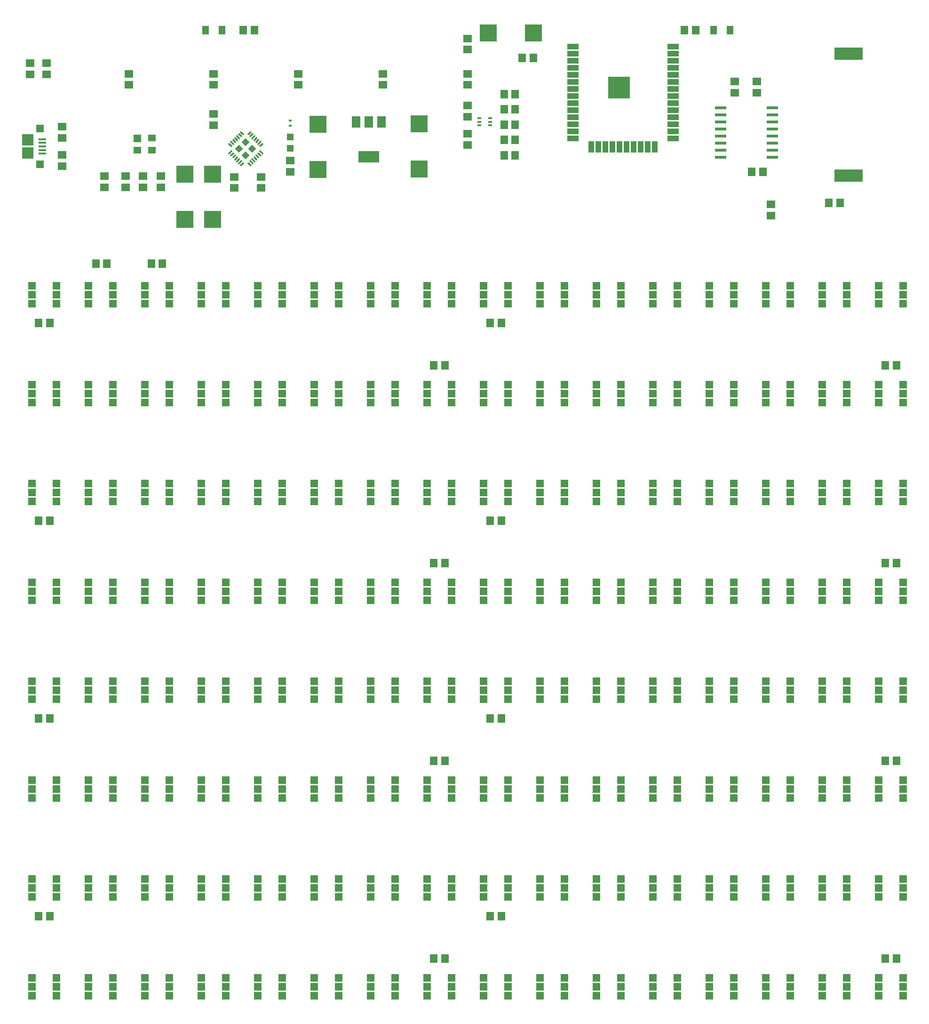
<source format=gtp>
G04 #@! TF.GenerationSoftware,KiCad,Pcbnew,5.0.1-33cea8e~68~ubuntu16.04.1*
G04 #@! TF.CreationDate,2018-11-14T20:56:59+05:30*
G04 #@! TF.ProjectId,ClockIOT,436C6F636B494F542E6B696361645F70,rev 3*
G04 #@! TF.SameCoordinates,Original*
G04 #@! TF.FileFunction,Paste,Top*
G04 #@! TF.FilePolarity,Positive*
%FSLAX46Y46*%
G04 Gerber Fmt 4.6, Leading zero omitted, Abs format (unit mm)*
G04 Created by KiCad (PCBNEW 5.0.1-33cea8e~68~ubuntu16.04.1) date Wed Nov 14 20:56:59 2018*
%MOMM*%
%LPD*%
G01*
G04 APERTURE LIST*
%ADD10R,3.800000X2.000000*%
%ADD11R,1.500000X2.000000*%
%ADD12R,2.000000X2.000000*%
%ADD13R,1.400000X1.400000*%
%ADD14R,1.350000X0.400000*%
%ADD15R,1.400000X1.200000*%
%ADD16R,1.550000X1.350000*%
%ADD17R,5.200000X2.200000*%
%ADD18R,1.350000X1.550000*%
%ADD19R,0.600000X0.400000*%
%ADD20R,1.198880X1.198880*%
%ADD21R,2.000000X1.000000*%
%ADD22R,1.000000X2.000000*%
%ADD23R,4.000000X4.000000*%
%ADD24R,1.300480X1.498600*%
%ADD25R,1.998980X0.599440*%
%ADD26R,3.048000X3.048000*%
%ADD27R,0.650000X0.400000*%
%ADD28C,1.005000*%
%ADD29C,0.127000*%
%ADD30C,0.300000*%
%ADD31C,0.300000*%
G04 APERTURE END LIST*
D10*
G04 #@! TO.C,U131*
X113665000Y-76810000D03*
D11*
X113665000Y-70510000D03*
X111365000Y-70510000D03*
X115965000Y-70510000D03*
G04 #@! TD*
D12*
G04 #@! TO.C,P1*
X52250000Y-73780000D03*
D13*
X54500000Y-78130000D03*
D14*
X54925000Y-74930000D03*
X54925000Y-75580000D03*
X54925000Y-76230000D03*
X54925000Y-73630000D03*
X54925000Y-74280000D03*
D13*
X54500000Y-71730000D03*
D12*
X52250000Y-76080000D03*
G04 #@! TD*
D15*
G04 #@! TO.C,D1*
X74630000Y-73400000D03*
X74630000Y-75600000D03*
X72030000Y-75600000D03*
D13*
X72030000Y-73500000D03*
G04 #@! TD*
D16*
G04 #@! TO.C,C31*
X66040000Y-82280000D03*
X66040000Y-80280000D03*
G04 #@! TD*
G04 #@! TO.C,C26*
X89408000Y-80407000D03*
X89408000Y-82407000D03*
G04 #@! TD*
D17*
G04 #@! TO.C,BT1*
X200025000Y-80215000D03*
X200025000Y-58215000D03*
G04 #@! TD*
D18*
G04 #@! TO.C,C12*
X127365000Y-185420000D03*
X125365000Y-185420000D03*
G04 #@! TD*
G04 #@! TO.C,C7*
X208645000Y-149860000D03*
X206645000Y-149860000D03*
G04 #@! TD*
G04 #@! TO.C,C8*
X127365000Y-149860000D03*
X125365000Y-149860000D03*
G04 #@! TD*
D16*
G04 #@! TO.C,C24*
X76200000Y-80280000D03*
X76200000Y-82280000D03*
G04 #@! TD*
D18*
G04 #@! TO.C,C22*
X182600000Y-79500000D03*
X184600000Y-79500000D03*
G04 #@! TD*
G04 #@! TO.C,C28*
X143250000Y-59000000D03*
X141250000Y-59000000D03*
G04 #@! TD*
D16*
G04 #@! TO.C,C21*
X131445000Y-55515000D03*
X131445000Y-57515000D03*
G04 #@! TD*
G04 #@! TO.C,C20*
X52705000Y-59960000D03*
X52705000Y-61960000D03*
G04 #@! TD*
G04 #@! TO.C,C29*
X186055000Y-85360000D03*
X186055000Y-87360000D03*
G04 #@! TD*
D18*
G04 #@! TO.C,C30*
X198485000Y-85090000D03*
X196485000Y-85090000D03*
G04 #@! TD*
D16*
G04 #@! TO.C,C19*
X131445000Y-72660000D03*
X131445000Y-74660000D03*
G04 #@! TD*
D18*
G04 #@! TO.C,C9*
X56245000Y-177800000D03*
X54245000Y-177800000D03*
G04 #@! TD*
G04 #@! TO.C,C6*
X137525000Y-142240000D03*
X135525000Y-142240000D03*
G04 #@! TD*
G04 #@! TO.C,C1*
X56245000Y-106680000D03*
X54245000Y-106680000D03*
G04 #@! TD*
G04 #@! TO.C,C2*
X137525000Y-106680000D03*
X135525000Y-106680000D03*
G04 #@! TD*
G04 #@! TO.C,C3*
X208645000Y-114300000D03*
X206645000Y-114300000D03*
G04 #@! TD*
G04 #@! TO.C,C4*
X127365000Y-114300000D03*
X125365000Y-114300000D03*
G04 #@! TD*
G04 #@! TO.C,C5*
X56245000Y-142240000D03*
X54245000Y-142240000D03*
G04 #@! TD*
G04 #@! TO.C,C10*
X137525000Y-177800000D03*
X135525000Y-177800000D03*
G04 #@! TD*
G04 #@! TO.C,C11*
X208645000Y-185420000D03*
X206645000Y-185420000D03*
G04 #@! TD*
G04 #@! TO.C,C13*
X56245000Y-213360000D03*
X54245000Y-213360000D03*
G04 #@! TD*
G04 #@! TO.C,C14*
X137525000Y-213360000D03*
X135525000Y-213360000D03*
G04 #@! TD*
G04 #@! TO.C,C15*
X208645000Y-220980000D03*
X206645000Y-220980000D03*
G04 #@! TD*
G04 #@! TO.C,C16*
X127365000Y-220980000D03*
X125365000Y-220980000D03*
G04 #@! TD*
D16*
G04 #@! TO.C,R9*
X69850000Y-80280000D03*
X69850000Y-82280000D03*
G04 #@! TD*
G04 #@! TO.C,L2*
X58420000Y-76470000D03*
X58420000Y-78470000D03*
G04 #@! TD*
G04 #@! TO.C,R25*
X70485000Y-61865000D03*
X70485000Y-63865000D03*
G04 #@! TD*
G04 #@! TO.C,R24*
X85725000Y-61865000D03*
X85725000Y-63865000D03*
G04 #@! TD*
G04 #@! TO.C,R11*
X100965000Y-61865000D03*
X100965000Y-63865000D03*
G04 #@! TD*
G04 #@! TO.C,R10*
X116205000Y-61865000D03*
X116205000Y-63865000D03*
G04 #@! TD*
D18*
G04 #@! TO.C,R23*
X140000000Y-68250000D03*
X138000000Y-68250000D03*
G04 #@! TD*
G04 #@! TO.C,R22*
X140000000Y-71000000D03*
X138000000Y-71000000D03*
G04 #@! TD*
G04 #@! TO.C,R20*
X140000000Y-73750000D03*
X138000000Y-73750000D03*
G04 #@! TD*
G04 #@! TO.C,R19*
X140000000Y-76500000D03*
X138000000Y-76500000D03*
G04 #@! TD*
D16*
G04 #@! TO.C,R18*
X131445000Y-61865000D03*
X131445000Y-63865000D03*
G04 #@! TD*
G04 #@! TO.C,R16*
X55626000Y-59960000D03*
X55626000Y-61960000D03*
G04 #@! TD*
G04 #@! TO.C,R4*
X99500000Y-77500000D03*
X99500000Y-79500000D03*
G04 #@! TD*
G04 #@! TO.C,R3*
X131445000Y-67580000D03*
X131445000Y-69580000D03*
G04 #@! TD*
G04 #@! TO.C,R8*
X73025000Y-80280000D03*
X73025000Y-82280000D03*
G04 #@! TD*
G04 #@! TO.C,R7*
X179500000Y-63250000D03*
X179500000Y-65250000D03*
G04 #@! TD*
G04 #@! TO.C,R6*
X183500000Y-63250000D03*
X183500000Y-65250000D03*
G04 #@! TD*
D18*
G04 #@! TO.C,R21*
X140000000Y-65500000D03*
X138000000Y-65500000D03*
G04 #@! TD*
G04 #@! TO.C,R1*
X66500000Y-96000000D03*
X64500000Y-96000000D03*
G04 #@! TD*
G04 #@! TO.C,R2*
X76500000Y-96000000D03*
X74500000Y-96000000D03*
G04 #@! TD*
G04 #@! TO.C,R12*
X93075000Y-53975000D03*
X91075000Y-53975000D03*
G04 #@! TD*
G04 #@! TO.C,R13*
X172450000Y-53975000D03*
X170450000Y-53975000D03*
G04 #@! TD*
D16*
G04 #@! TO.C,L1*
X58420000Y-71390000D03*
X58420000Y-73390000D03*
G04 #@! TD*
D19*
G04 #@! TO.C,JP1*
X99500000Y-71200000D03*
X99500000Y-70300000D03*
G04 #@! TD*
D20*
G04 #@! TO.C,D2*
X99500000Y-73200980D03*
X99500000Y-75299020D03*
G04 #@! TD*
D13*
G04 #@! TO.C,U123*
X108245000Y-224460000D03*
X103845000Y-224460000D03*
X103845000Y-226060000D03*
X108245000Y-226060000D03*
X108245000Y-227660000D03*
X103845000Y-227660000D03*
G04 #@! TD*
D21*
G04 #@! TO.C,U129*
X150385000Y-56980000D03*
X150385000Y-58250000D03*
X150385000Y-59520000D03*
X150385000Y-60790000D03*
X150385000Y-62060000D03*
X150385000Y-63330000D03*
X150385000Y-64600000D03*
X150385000Y-65870000D03*
X150385000Y-67140000D03*
X150385000Y-68410000D03*
X150385000Y-69680000D03*
X150385000Y-70950000D03*
X150385000Y-72220000D03*
X150385000Y-73490000D03*
D22*
X153670000Y-74980000D03*
X154940000Y-74980000D03*
X156210000Y-74980000D03*
X157480000Y-74980000D03*
X158750000Y-74980000D03*
X160020000Y-74980000D03*
X161290000Y-74980000D03*
X162560000Y-74980000D03*
X163830000Y-74980000D03*
X165100000Y-74980000D03*
D21*
X168385000Y-73490000D03*
X168385000Y-72220000D03*
X168385000Y-70950000D03*
X168385000Y-69680000D03*
X168385000Y-68410000D03*
X168385000Y-67140000D03*
X168385000Y-65870000D03*
X168385000Y-64600000D03*
X168385000Y-63330000D03*
X168385000Y-62060000D03*
X168385000Y-60790000D03*
X168385000Y-59520000D03*
X168385000Y-58250000D03*
X168385000Y-56980000D03*
D23*
X158685000Y-64380000D03*
G04 #@! TD*
D24*
G04 #@! TO.C,LDR1*
X84225000Y-53975000D03*
X87225000Y-53975000D03*
G04 #@! TD*
G04 #@! TO.C,LDR2*
X178665000Y-53975000D03*
X175665000Y-53975000D03*
G04 #@! TD*
D25*
G04 #@! TO.C,U130*
X176959260Y-76835000D03*
X176959260Y-75565000D03*
X176959260Y-74295000D03*
X176959260Y-73025000D03*
X176959260Y-71755000D03*
X176959260Y-70485000D03*
X176959260Y-69215000D03*
X176959260Y-67945000D03*
X186260740Y-67945000D03*
X186260740Y-69215000D03*
X186260740Y-70485000D03*
X186260740Y-71755000D03*
X186260740Y-73025000D03*
X186260740Y-74295000D03*
X186260740Y-75565000D03*
X186260740Y-76835000D03*
G04 #@! TD*
D26*
G04 #@! TO.C,C17*
X104500000Y-70936000D03*
X104500000Y-79064000D03*
G04 #@! TD*
G04 #@! TO.C,C27*
X135186000Y-54500000D03*
X143314000Y-54500000D03*
G04 #@! TD*
G04 #@! TO.C,C18*
X122682000Y-70866000D03*
X122682000Y-78994000D03*
G04 #@! TD*
G04 #@! TO.C,C25*
X85524000Y-88064000D03*
X85524000Y-79936000D03*
G04 #@! TD*
G04 #@! TO.C,C23*
X80524000Y-88064000D03*
X80524000Y-79936000D03*
G04 #@! TD*
D13*
G04 #@! TO.C,U127*
X67605000Y-224460000D03*
X63205000Y-224460000D03*
X63205000Y-226060000D03*
X67605000Y-226060000D03*
X67605000Y-227660000D03*
X63205000Y-227660000D03*
G04 #@! TD*
G04 #@! TO.C,U18*
X199685000Y-117780000D03*
X195285000Y-117780000D03*
X195285000Y-119380000D03*
X199685000Y-119380000D03*
X199685000Y-120980000D03*
X195285000Y-120980000D03*
G04 #@! TD*
G04 #@! TO.C,U1*
X53045000Y-103200000D03*
X57445000Y-103200000D03*
X57445000Y-101600000D03*
X53045000Y-101600000D03*
X53045000Y-100000000D03*
X57445000Y-100000000D03*
G04 #@! TD*
G04 #@! TO.C,U3*
X73365000Y-103200000D03*
X77765000Y-103200000D03*
X77765000Y-101600000D03*
X73365000Y-101600000D03*
X73365000Y-100000000D03*
X77765000Y-100000000D03*
G04 #@! TD*
G04 #@! TO.C,U4*
X83525000Y-103200000D03*
X87925000Y-103200000D03*
X87925000Y-101600000D03*
X83525000Y-101600000D03*
X83525000Y-100000000D03*
X87925000Y-100000000D03*
G04 #@! TD*
G04 #@! TO.C,U5*
X93685000Y-103200000D03*
X98085000Y-103200000D03*
X98085000Y-101600000D03*
X93685000Y-101600000D03*
X93685000Y-100000000D03*
X98085000Y-100000000D03*
G04 #@! TD*
G04 #@! TO.C,U6*
X103845000Y-103200000D03*
X108245000Y-103200000D03*
X108245000Y-101600000D03*
X103845000Y-101600000D03*
X103845000Y-100000000D03*
X108245000Y-100000000D03*
G04 #@! TD*
G04 #@! TO.C,U7*
X114005000Y-103200000D03*
X118405000Y-103200000D03*
X118405000Y-101600000D03*
X114005000Y-101600000D03*
X114005000Y-100000000D03*
X118405000Y-100000000D03*
G04 #@! TD*
G04 #@! TO.C,U8*
X124165000Y-103200000D03*
X128565000Y-103200000D03*
X128565000Y-101600000D03*
X124165000Y-101600000D03*
X124165000Y-100000000D03*
X128565000Y-100000000D03*
G04 #@! TD*
G04 #@! TO.C,U9*
X134325000Y-103200000D03*
X138725000Y-103200000D03*
X138725000Y-101600000D03*
X134325000Y-101600000D03*
X134325000Y-100000000D03*
X138725000Y-100000000D03*
G04 #@! TD*
G04 #@! TO.C,U10*
X144485000Y-103200000D03*
X148885000Y-103200000D03*
X148885000Y-101600000D03*
X144485000Y-101600000D03*
X144485000Y-100000000D03*
X148885000Y-100000000D03*
G04 #@! TD*
G04 #@! TO.C,U11*
X154645000Y-103200000D03*
X159045000Y-103200000D03*
X159045000Y-101600000D03*
X154645000Y-101600000D03*
X154645000Y-100000000D03*
X159045000Y-100000000D03*
G04 #@! TD*
G04 #@! TO.C,U12*
X164805000Y-103200000D03*
X169205000Y-103200000D03*
X169205000Y-101600000D03*
X164805000Y-101600000D03*
X164805000Y-100000000D03*
X169205000Y-100000000D03*
G04 #@! TD*
G04 #@! TO.C,U13*
X174965000Y-103200000D03*
X179365000Y-103200000D03*
X179365000Y-101600000D03*
X174965000Y-101600000D03*
X174965000Y-100000000D03*
X179365000Y-100000000D03*
G04 #@! TD*
G04 #@! TO.C,U14*
X185125000Y-103200000D03*
X189525000Y-103200000D03*
X189525000Y-101600000D03*
X185125000Y-101600000D03*
X185125000Y-100000000D03*
X189525000Y-100000000D03*
G04 #@! TD*
G04 #@! TO.C,U15*
X195285000Y-103200000D03*
X199685000Y-103200000D03*
X199685000Y-101600000D03*
X195285000Y-101600000D03*
X195285000Y-100000000D03*
X199685000Y-100000000D03*
G04 #@! TD*
G04 #@! TO.C,U16*
X205445000Y-103200000D03*
X209845000Y-103200000D03*
X209845000Y-101600000D03*
X205445000Y-101600000D03*
X205445000Y-100000000D03*
X209845000Y-100000000D03*
G04 #@! TD*
G04 #@! TO.C,U17*
X209845000Y-117780000D03*
X205445000Y-117780000D03*
X205445000Y-119380000D03*
X209845000Y-119380000D03*
X209845000Y-120980000D03*
X205445000Y-120980000D03*
G04 #@! TD*
G04 #@! TO.C,U19*
X189525000Y-117780000D03*
X185125000Y-117780000D03*
X185125000Y-119380000D03*
X189525000Y-119380000D03*
X189525000Y-120980000D03*
X185125000Y-120980000D03*
G04 #@! TD*
G04 #@! TO.C,U20*
X179365000Y-117780000D03*
X174965000Y-117780000D03*
X174965000Y-119380000D03*
X179365000Y-119380000D03*
X179365000Y-120980000D03*
X174965000Y-120980000D03*
G04 #@! TD*
G04 #@! TO.C,U21*
X169205000Y-117780000D03*
X164805000Y-117780000D03*
X164805000Y-119380000D03*
X169205000Y-119380000D03*
X169205000Y-120980000D03*
X164805000Y-120980000D03*
G04 #@! TD*
G04 #@! TO.C,U22*
X159045000Y-117780000D03*
X154645000Y-117780000D03*
X154645000Y-119380000D03*
X159045000Y-119380000D03*
X159045000Y-120980000D03*
X154645000Y-120980000D03*
G04 #@! TD*
G04 #@! TO.C,U23*
X148885000Y-117780000D03*
X144485000Y-117780000D03*
X144485000Y-119380000D03*
X148885000Y-119380000D03*
X148885000Y-120980000D03*
X144485000Y-120980000D03*
G04 #@! TD*
G04 #@! TO.C,U24*
X138725000Y-117780000D03*
X134325000Y-117780000D03*
X134325000Y-119380000D03*
X138725000Y-119380000D03*
X138725000Y-120980000D03*
X134325000Y-120980000D03*
G04 #@! TD*
G04 #@! TO.C,U25*
X128565000Y-117780000D03*
X124165000Y-117780000D03*
X124165000Y-119380000D03*
X128565000Y-119380000D03*
X128565000Y-120980000D03*
X124165000Y-120980000D03*
G04 #@! TD*
G04 #@! TO.C,U26*
X118405000Y-117780000D03*
X114005000Y-117780000D03*
X114005000Y-119380000D03*
X118405000Y-119380000D03*
X118405000Y-120980000D03*
X114005000Y-120980000D03*
G04 #@! TD*
G04 #@! TO.C,U27*
X108245000Y-117780000D03*
X103845000Y-117780000D03*
X103845000Y-119380000D03*
X108245000Y-119380000D03*
X108245000Y-120980000D03*
X103845000Y-120980000D03*
G04 #@! TD*
G04 #@! TO.C,U28*
X98085000Y-117780000D03*
X93685000Y-117780000D03*
X93685000Y-119380000D03*
X98085000Y-119380000D03*
X98085000Y-120980000D03*
X93685000Y-120980000D03*
G04 #@! TD*
G04 #@! TO.C,U29*
X87925000Y-117780000D03*
X83525000Y-117780000D03*
X83525000Y-119380000D03*
X87925000Y-119380000D03*
X87925000Y-120980000D03*
X83525000Y-120980000D03*
G04 #@! TD*
G04 #@! TO.C,U30*
X77765000Y-117780000D03*
X73365000Y-117780000D03*
X73365000Y-119380000D03*
X77765000Y-119380000D03*
X77765000Y-120980000D03*
X73365000Y-120980000D03*
G04 #@! TD*
G04 #@! TO.C,U31*
X67605000Y-117780000D03*
X63205000Y-117780000D03*
X63205000Y-119380000D03*
X67605000Y-119380000D03*
X67605000Y-120980000D03*
X63205000Y-120980000D03*
G04 #@! TD*
G04 #@! TO.C,U32*
X57445000Y-117780000D03*
X53045000Y-117780000D03*
X53045000Y-119380000D03*
X57445000Y-119380000D03*
X57445000Y-120980000D03*
X53045000Y-120980000D03*
G04 #@! TD*
G04 #@! TO.C,U33*
X53045000Y-138760000D03*
X57445000Y-138760000D03*
X57445000Y-137160000D03*
X53045000Y-137160000D03*
X53045000Y-135560000D03*
X57445000Y-135560000D03*
G04 #@! TD*
G04 #@! TO.C,U34*
X63205000Y-138760000D03*
X67605000Y-138760000D03*
X67605000Y-137160000D03*
X63205000Y-137160000D03*
X63205000Y-135560000D03*
X67605000Y-135560000D03*
G04 #@! TD*
G04 #@! TO.C,U35*
X73365000Y-138760000D03*
X77765000Y-138760000D03*
X77765000Y-137160000D03*
X73365000Y-137160000D03*
X73365000Y-135560000D03*
X77765000Y-135560000D03*
G04 #@! TD*
G04 #@! TO.C,U36*
X83525000Y-138760000D03*
X87925000Y-138760000D03*
X87925000Y-137160000D03*
X83525000Y-137160000D03*
X83525000Y-135560000D03*
X87925000Y-135560000D03*
G04 #@! TD*
G04 #@! TO.C,U37*
X93685000Y-138760000D03*
X98085000Y-138760000D03*
X98085000Y-137160000D03*
X93685000Y-137160000D03*
X93685000Y-135560000D03*
X98085000Y-135560000D03*
G04 #@! TD*
G04 #@! TO.C,U38*
X103845000Y-138760000D03*
X108245000Y-138760000D03*
X108245000Y-137160000D03*
X103845000Y-137160000D03*
X103845000Y-135560000D03*
X108245000Y-135560000D03*
G04 #@! TD*
G04 #@! TO.C,U39*
X114005000Y-138760000D03*
X118405000Y-138760000D03*
X118405000Y-137160000D03*
X114005000Y-137160000D03*
X114005000Y-135560000D03*
X118405000Y-135560000D03*
G04 #@! TD*
G04 #@! TO.C,U40*
X124165000Y-138760000D03*
X128565000Y-138760000D03*
X128565000Y-137160000D03*
X124165000Y-137160000D03*
X124165000Y-135560000D03*
X128565000Y-135560000D03*
G04 #@! TD*
G04 #@! TO.C,U41*
X134325000Y-138760000D03*
X138725000Y-138760000D03*
X138725000Y-137160000D03*
X134325000Y-137160000D03*
X134325000Y-135560000D03*
X138725000Y-135560000D03*
G04 #@! TD*
G04 #@! TO.C,U42*
X144485000Y-138760000D03*
X148885000Y-138760000D03*
X148885000Y-137160000D03*
X144485000Y-137160000D03*
X144485000Y-135560000D03*
X148885000Y-135560000D03*
G04 #@! TD*
G04 #@! TO.C,U43*
X154645000Y-138760000D03*
X159045000Y-138760000D03*
X159045000Y-137160000D03*
X154645000Y-137160000D03*
X154645000Y-135560000D03*
X159045000Y-135560000D03*
G04 #@! TD*
G04 #@! TO.C,U44*
X164805000Y-138760000D03*
X169205000Y-138760000D03*
X169205000Y-137160000D03*
X164805000Y-137160000D03*
X164805000Y-135560000D03*
X169205000Y-135560000D03*
G04 #@! TD*
G04 #@! TO.C,U45*
X174965000Y-138760000D03*
X179365000Y-138760000D03*
X179365000Y-137160000D03*
X174965000Y-137160000D03*
X174965000Y-135560000D03*
X179365000Y-135560000D03*
G04 #@! TD*
G04 #@! TO.C,U46*
X185125000Y-138760000D03*
X189525000Y-138760000D03*
X189525000Y-137160000D03*
X185125000Y-137160000D03*
X185125000Y-135560000D03*
X189525000Y-135560000D03*
G04 #@! TD*
G04 #@! TO.C,U47*
X195285000Y-138760000D03*
X199685000Y-138760000D03*
X199685000Y-137160000D03*
X195285000Y-137160000D03*
X195285000Y-135560000D03*
X199685000Y-135560000D03*
G04 #@! TD*
G04 #@! TO.C,U48*
X205445000Y-138760000D03*
X209845000Y-138760000D03*
X209845000Y-137160000D03*
X205445000Y-137160000D03*
X205445000Y-135560000D03*
X209845000Y-135560000D03*
G04 #@! TD*
G04 #@! TO.C,U49*
X209845000Y-153340000D03*
X205445000Y-153340000D03*
X205445000Y-154940000D03*
X209845000Y-154940000D03*
X209845000Y-156540000D03*
X205445000Y-156540000D03*
G04 #@! TD*
G04 #@! TO.C,U50*
X199685000Y-153340000D03*
X195285000Y-153340000D03*
X195285000Y-154940000D03*
X199685000Y-154940000D03*
X199685000Y-156540000D03*
X195285000Y-156540000D03*
G04 #@! TD*
G04 #@! TO.C,U51*
X189525000Y-153340000D03*
X185125000Y-153340000D03*
X185125000Y-154940000D03*
X189525000Y-154940000D03*
X189525000Y-156540000D03*
X185125000Y-156540000D03*
G04 #@! TD*
G04 #@! TO.C,U52*
X179365000Y-153340000D03*
X174965000Y-153340000D03*
X174965000Y-154940000D03*
X179365000Y-154940000D03*
X179365000Y-156540000D03*
X174965000Y-156540000D03*
G04 #@! TD*
G04 #@! TO.C,U53*
X169205000Y-153340000D03*
X164805000Y-153340000D03*
X164805000Y-154940000D03*
X169205000Y-154940000D03*
X169205000Y-156540000D03*
X164805000Y-156540000D03*
G04 #@! TD*
G04 #@! TO.C,U54*
X159045000Y-153340000D03*
X154645000Y-153340000D03*
X154645000Y-154940000D03*
X159045000Y-154940000D03*
X159045000Y-156540000D03*
X154645000Y-156540000D03*
G04 #@! TD*
G04 #@! TO.C,U55*
X148885000Y-153340000D03*
X144485000Y-153340000D03*
X144485000Y-154940000D03*
X148885000Y-154940000D03*
X148885000Y-156540000D03*
X144485000Y-156540000D03*
G04 #@! TD*
G04 #@! TO.C,U56*
X138725000Y-153340000D03*
X134325000Y-153340000D03*
X134325000Y-154940000D03*
X138725000Y-154940000D03*
X138725000Y-156540000D03*
X134325000Y-156540000D03*
G04 #@! TD*
G04 #@! TO.C,U57*
X128565000Y-153340000D03*
X124165000Y-153340000D03*
X124165000Y-154940000D03*
X128565000Y-154940000D03*
X128565000Y-156540000D03*
X124165000Y-156540000D03*
G04 #@! TD*
G04 #@! TO.C,U58*
X118405000Y-153340000D03*
X114005000Y-153340000D03*
X114005000Y-154940000D03*
X118405000Y-154940000D03*
X118405000Y-156540000D03*
X114005000Y-156540000D03*
G04 #@! TD*
G04 #@! TO.C,U59*
X108245000Y-153340000D03*
X103845000Y-153340000D03*
X103845000Y-154940000D03*
X108245000Y-154940000D03*
X108245000Y-156540000D03*
X103845000Y-156540000D03*
G04 #@! TD*
G04 #@! TO.C,U60*
X98085000Y-153340000D03*
X93685000Y-153340000D03*
X93685000Y-154940000D03*
X98085000Y-154940000D03*
X98085000Y-156540000D03*
X93685000Y-156540000D03*
G04 #@! TD*
G04 #@! TO.C,U61*
X87925000Y-153340000D03*
X83525000Y-153340000D03*
X83525000Y-154940000D03*
X87925000Y-154940000D03*
X87925000Y-156540000D03*
X83525000Y-156540000D03*
G04 #@! TD*
G04 #@! TO.C,U62*
X77765000Y-153340000D03*
X73365000Y-153340000D03*
X73365000Y-154940000D03*
X77765000Y-154940000D03*
X77765000Y-156540000D03*
X73365000Y-156540000D03*
G04 #@! TD*
G04 #@! TO.C,U63*
X67605000Y-153340000D03*
X63205000Y-153340000D03*
X63205000Y-154940000D03*
X67605000Y-154940000D03*
X67605000Y-156540000D03*
X63205000Y-156540000D03*
G04 #@! TD*
G04 #@! TO.C,U64*
X57445000Y-153340000D03*
X53045000Y-153340000D03*
X53045000Y-154940000D03*
X57445000Y-154940000D03*
X57445000Y-156540000D03*
X53045000Y-156540000D03*
G04 #@! TD*
G04 #@! TO.C,U65*
X53045000Y-174320000D03*
X57445000Y-174320000D03*
X57445000Y-172720000D03*
X53045000Y-172720000D03*
X53045000Y-171120000D03*
X57445000Y-171120000D03*
G04 #@! TD*
G04 #@! TO.C,U66*
X63205000Y-174320000D03*
X67605000Y-174320000D03*
X67605000Y-172720000D03*
X63205000Y-172720000D03*
X63205000Y-171120000D03*
X67605000Y-171120000D03*
G04 #@! TD*
G04 #@! TO.C,U67*
X73365000Y-174320000D03*
X77765000Y-174320000D03*
X77765000Y-172720000D03*
X73365000Y-172720000D03*
X73365000Y-171120000D03*
X77765000Y-171120000D03*
G04 #@! TD*
G04 #@! TO.C,U68*
X83525000Y-174320000D03*
X87925000Y-174320000D03*
X87925000Y-172720000D03*
X83525000Y-172720000D03*
X83525000Y-171120000D03*
X87925000Y-171120000D03*
G04 #@! TD*
G04 #@! TO.C,U69*
X93685000Y-174320000D03*
X98085000Y-174320000D03*
X98085000Y-172720000D03*
X93685000Y-172720000D03*
X93685000Y-171120000D03*
X98085000Y-171120000D03*
G04 #@! TD*
G04 #@! TO.C,U70*
X103845000Y-174320000D03*
X108245000Y-174320000D03*
X108245000Y-172720000D03*
X103845000Y-172720000D03*
X103845000Y-171120000D03*
X108245000Y-171120000D03*
G04 #@! TD*
G04 #@! TO.C,U71*
X114005000Y-174320000D03*
X118405000Y-174320000D03*
X118405000Y-172720000D03*
X114005000Y-172720000D03*
X114005000Y-171120000D03*
X118405000Y-171120000D03*
G04 #@! TD*
G04 #@! TO.C,U72*
X124165000Y-174320000D03*
X128565000Y-174320000D03*
X128565000Y-172720000D03*
X124165000Y-172720000D03*
X124165000Y-171120000D03*
X128565000Y-171120000D03*
G04 #@! TD*
G04 #@! TO.C,U73*
X134325000Y-174320000D03*
X138725000Y-174320000D03*
X138725000Y-172720000D03*
X134325000Y-172720000D03*
X134325000Y-171120000D03*
X138725000Y-171120000D03*
G04 #@! TD*
G04 #@! TO.C,U74*
X144485000Y-174320000D03*
X148885000Y-174320000D03*
X148885000Y-172720000D03*
X144485000Y-172720000D03*
X144485000Y-171120000D03*
X148885000Y-171120000D03*
G04 #@! TD*
G04 #@! TO.C,U75*
X154645000Y-174320000D03*
X159045000Y-174320000D03*
X159045000Y-172720000D03*
X154645000Y-172720000D03*
X154645000Y-171120000D03*
X159045000Y-171120000D03*
G04 #@! TD*
G04 #@! TO.C,U76*
X164805000Y-174320000D03*
X169205000Y-174320000D03*
X169205000Y-172720000D03*
X164805000Y-172720000D03*
X164805000Y-171120000D03*
X169205000Y-171120000D03*
G04 #@! TD*
G04 #@! TO.C,U77*
X174965000Y-174320000D03*
X179365000Y-174320000D03*
X179365000Y-172720000D03*
X174965000Y-172720000D03*
X174965000Y-171120000D03*
X179365000Y-171120000D03*
G04 #@! TD*
G04 #@! TO.C,U78*
X185125000Y-174320000D03*
X189525000Y-174320000D03*
X189525000Y-172720000D03*
X185125000Y-172720000D03*
X185125000Y-171120000D03*
X189525000Y-171120000D03*
G04 #@! TD*
G04 #@! TO.C,U79*
X195285000Y-174320000D03*
X199685000Y-174320000D03*
X199685000Y-172720000D03*
X195285000Y-172720000D03*
X195285000Y-171120000D03*
X199685000Y-171120000D03*
G04 #@! TD*
G04 #@! TO.C,U80*
X205445000Y-174320000D03*
X209845000Y-174320000D03*
X209845000Y-172720000D03*
X205445000Y-172720000D03*
X205445000Y-171120000D03*
X209845000Y-171120000D03*
G04 #@! TD*
G04 #@! TO.C,U81*
X209845000Y-188900000D03*
X205445000Y-188900000D03*
X205445000Y-190500000D03*
X209845000Y-190500000D03*
X209845000Y-192100000D03*
X205445000Y-192100000D03*
G04 #@! TD*
G04 #@! TO.C,U82*
X199685000Y-188900000D03*
X195285000Y-188900000D03*
X195285000Y-190500000D03*
X199685000Y-190500000D03*
X199685000Y-192100000D03*
X195285000Y-192100000D03*
G04 #@! TD*
G04 #@! TO.C,U83*
X189525000Y-188900000D03*
X185125000Y-188900000D03*
X185125000Y-190500000D03*
X189525000Y-190500000D03*
X189525000Y-192100000D03*
X185125000Y-192100000D03*
G04 #@! TD*
G04 #@! TO.C,U84*
X179365000Y-188900000D03*
X174965000Y-188900000D03*
X174965000Y-190500000D03*
X179365000Y-190500000D03*
X179365000Y-192100000D03*
X174965000Y-192100000D03*
G04 #@! TD*
G04 #@! TO.C,U85*
X169205000Y-188900000D03*
X164805000Y-188900000D03*
X164805000Y-190500000D03*
X169205000Y-190500000D03*
X169205000Y-192100000D03*
X164805000Y-192100000D03*
G04 #@! TD*
G04 #@! TO.C,U86*
X159045000Y-188900000D03*
X154645000Y-188900000D03*
X154645000Y-190500000D03*
X159045000Y-190500000D03*
X159045000Y-192100000D03*
X154645000Y-192100000D03*
G04 #@! TD*
G04 #@! TO.C,U87*
X148885000Y-188900000D03*
X144485000Y-188900000D03*
X144485000Y-190500000D03*
X148885000Y-190500000D03*
X148885000Y-192100000D03*
X144485000Y-192100000D03*
G04 #@! TD*
G04 #@! TO.C,U88*
X138725000Y-188900000D03*
X134325000Y-188900000D03*
X134325000Y-190500000D03*
X138725000Y-190500000D03*
X138725000Y-192100000D03*
X134325000Y-192100000D03*
G04 #@! TD*
G04 #@! TO.C,U89*
X128565000Y-188900000D03*
X124165000Y-188900000D03*
X124165000Y-190500000D03*
X128565000Y-190500000D03*
X128565000Y-192100000D03*
X124165000Y-192100000D03*
G04 #@! TD*
G04 #@! TO.C,U90*
X118405000Y-188900000D03*
X114005000Y-188900000D03*
X114005000Y-190500000D03*
X118405000Y-190500000D03*
X118405000Y-192100000D03*
X114005000Y-192100000D03*
G04 #@! TD*
G04 #@! TO.C,U91*
X108245000Y-188900000D03*
X103845000Y-188900000D03*
X103845000Y-190500000D03*
X108245000Y-190500000D03*
X108245000Y-192100000D03*
X103845000Y-192100000D03*
G04 #@! TD*
G04 #@! TO.C,U92*
X98085000Y-188900000D03*
X93685000Y-188900000D03*
X93685000Y-190500000D03*
X98085000Y-190500000D03*
X98085000Y-192100000D03*
X93685000Y-192100000D03*
G04 #@! TD*
G04 #@! TO.C,U93*
X87925000Y-188900000D03*
X83525000Y-188900000D03*
X83525000Y-190500000D03*
X87925000Y-190500000D03*
X87925000Y-192100000D03*
X83525000Y-192100000D03*
G04 #@! TD*
G04 #@! TO.C,U94*
X77765000Y-188900000D03*
X73365000Y-188900000D03*
X73365000Y-190500000D03*
X77765000Y-190500000D03*
X77765000Y-192100000D03*
X73365000Y-192100000D03*
G04 #@! TD*
G04 #@! TO.C,U95*
X67605000Y-188900000D03*
X63205000Y-188900000D03*
X63205000Y-190500000D03*
X67605000Y-190500000D03*
X67605000Y-192100000D03*
X63205000Y-192100000D03*
G04 #@! TD*
G04 #@! TO.C,U96*
X57445000Y-188900000D03*
X53045000Y-188900000D03*
X53045000Y-190500000D03*
X57445000Y-190500000D03*
X57445000Y-192100000D03*
X53045000Y-192100000D03*
G04 #@! TD*
G04 #@! TO.C,U97*
X53045000Y-209880000D03*
X57445000Y-209880000D03*
X57445000Y-208280000D03*
X53045000Y-208280000D03*
X53045000Y-206680000D03*
X57445000Y-206680000D03*
G04 #@! TD*
G04 #@! TO.C,U98*
X63205000Y-209880000D03*
X67605000Y-209880000D03*
X67605000Y-208280000D03*
X63205000Y-208280000D03*
X63205000Y-206680000D03*
X67605000Y-206680000D03*
G04 #@! TD*
G04 #@! TO.C,U99*
X73365000Y-209880000D03*
X77765000Y-209880000D03*
X77765000Y-208280000D03*
X73365000Y-208280000D03*
X73365000Y-206680000D03*
X77765000Y-206680000D03*
G04 #@! TD*
G04 #@! TO.C,U100*
X83525000Y-209880000D03*
X87925000Y-209880000D03*
X87925000Y-208280000D03*
X83525000Y-208280000D03*
X83525000Y-206680000D03*
X87925000Y-206680000D03*
G04 #@! TD*
G04 #@! TO.C,U101*
X93685000Y-209880000D03*
X98085000Y-209880000D03*
X98085000Y-208280000D03*
X93685000Y-208280000D03*
X93685000Y-206680000D03*
X98085000Y-206680000D03*
G04 #@! TD*
G04 #@! TO.C,U102*
X103845000Y-209880000D03*
X108245000Y-209880000D03*
X108245000Y-208280000D03*
X103845000Y-208280000D03*
X103845000Y-206680000D03*
X108245000Y-206680000D03*
G04 #@! TD*
G04 #@! TO.C,U103*
X114005000Y-209880000D03*
X118405000Y-209880000D03*
X118405000Y-208280000D03*
X114005000Y-208280000D03*
X114005000Y-206680000D03*
X118405000Y-206680000D03*
G04 #@! TD*
G04 #@! TO.C,U104*
X124165000Y-209880000D03*
X128565000Y-209880000D03*
X128565000Y-208280000D03*
X124165000Y-208280000D03*
X124165000Y-206680000D03*
X128565000Y-206680000D03*
G04 #@! TD*
G04 #@! TO.C,U105*
X134325000Y-209880000D03*
X138725000Y-209880000D03*
X138725000Y-208280000D03*
X134325000Y-208280000D03*
X134325000Y-206680000D03*
X138725000Y-206680000D03*
G04 #@! TD*
G04 #@! TO.C,U106*
X144485000Y-209880000D03*
X148885000Y-209880000D03*
X148885000Y-208280000D03*
X144485000Y-208280000D03*
X144485000Y-206680000D03*
X148885000Y-206680000D03*
G04 #@! TD*
G04 #@! TO.C,U107*
X154645000Y-209880000D03*
X159045000Y-209880000D03*
X159045000Y-208280000D03*
X154645000Y-208280000D03*
X154645000Y-206680000D03*
X159045000Y-206680000D03*
G04 #@! TD*
G04 #@! TO.C,U108*
X164805000Y-209880000D03*
X169205000Y-209880000D03*
X169205000Y-208280000D03*
X164805000Y-208280000D03*
X164805000Y-206680000D03*
X169205000Y-206680000D03*
G04 #@! TD*
G04 #@! TO.C,U109*
X174965000Y-209880000D03*
X179365000Y-209880000D03*
X179365000Y-208280000D03*
X174965000Y-208280000D03*
X174965000Y-206680000D03*
X179365000Y-206680000D03*
G04 #@! TD*
G04 #@! TO.C,U110*
X185125000Y-209880000D03*
X189525000Y-209880000D03*
X189525000Y-208280000D03*
X185125000Y-208280000D03*
X185125000Y-206680000D03*
X189525000Y-206680000D03*
G04 #@! TD*
G04 #@! TO.C,U111*
X195285000Y-209880000D03*
X199685000Y-209880000D03*
X199685000Y-208280000D03*
X195285000Y-208280000D03*
X195285000Y-206680000D03*
X199685000Y-206680000D03*
G04 #@! TD*
G04 #@! TO.C,U112*
X205445000Y-209880000D03*
X209845000Y-209880000D03*
X209845000Y-208280000D03*
X205445000Y-208280000D03*
X205445000Y-206680000D03*
X209845000Y-206680000D03*
G04 #@! TD*
G04 #@! TO.C,U113*
X209845000Y-224460000D03*
X205445000Y-224460000D03*
X205445000Y-226060000D03*
X209845000Y-226060000D03*
X209845000Y-227660000D03*
X205445000Y-227660000D03*
G04 #@! TD*
G04 #@! TO.C,U114*
X199685000Y-224460000D03*
X195285000Y-224460000D03*
X195285000Y-226060000D03*
X199685000Y-226060000D03*
X199685000Y-227660000D03*
X195285000Y-227660000D03*
G04 #@! TD*
G04 #@! TO.C,U115*
X189525000Y-224460000D03*
X185125000Y-224460000D03*
X185125000Y-226060000D03*
X189525000Y-226060000D03*
X189525000Y-227660000D03*
X185125000Y-227660000D03*
G04 #@! TD*
G04 #@! TO.C,U116*
X179365000Y-224460000D03*
X174965000Y-224460000D03*
X174965000Y-226060000D03*
X179365000Y-226060000D03*
X179365000Y-227660000D03*
X174965000Y-227660000D03*
G04 #@! TD*
G04 #@! TO.C,U117*
X169205000Y-224460000D03*
X164805000Y-224460000D03*
X164805000Y-226060000D03*
X169205000Y-226060000D03*
X169205000Y-227660000D03*
X164805000Y-227660000D03*
G04 #@! TD*
G04 #@! TO.C,U118*
X159045000Y-224460000D03*
X154645000Y-224460000D03*
X154645000Y-226060000D03*
X159045000Y-226060000D03*
X159045000Y-227660000D03*
X154645000Y-227660000D03*
G04 #@! TD*
G04 #@! TO.C,U119*
X148885000Y-224460000D03*
X144485000Y-224460000D03*
X144485000Y-226060000D03*
X148885000Y-226060000D03*
X148885000Y-227660000D03*
X144485000Y-227660000D03*
G04 #@! TD*
G04 #@! TO.C,U120*
X138725000Y-224460000D03*
X134325000Y-224460000D03*
X134325000Y-226060000D03*
X138725000Y-226060000D03*
X138725000Y-227660000D03*
X134325000Y-227660000D03*
G04 #@! TD*
G04 #@! TO.C,U121*
X128565000Y-224460000D03*
X124165000Y-224460000D03*
X124165000Y-226060000D03*
X128565000Y-226060000D03*
X128565000Y-227660000D03*
X124165000Y-227660000D03*
G04 #@! TD*
G04 #@! TO.C,U122*
X118405000Y-224460000D03*
X114005000Y-224460000D03*
X114005000Y-226060000D03*
X118405000Y-226060000D03*
X118405000Y-227660000D03*
X114005000Y-227660000D03*
G04 #@! TD*
G04 #@! TO.C,U124*
X98085000Y-224460000D03*
X93685000Y-224460000D03*
X93685000Y-226060000D03*
X98085000Y-226060000D03*
X98085000Y-227660000D03*
X93685000Y-227660000D03*
G04 #@! TD*
G04 #@! TO.C,U125*
X87925000Y-224460000D03*
X83525000Y-224460000D03*
X83525000Y-226060000D03*
X87925000Y-226060000D03*
X87925000Y-227660000D03*
X83525000Y-227660000D03*
G04 #@! TD*
G04 #@! TO.C,U126*
X77765000Y-224460000D03*
X73365000Y-224460000D03*
X73365000Y-226060000D03*
X77765000Y-226060000D03*
X77765000Y-227660000D03*
X73365000Y-227660000D03*
G04 #@! TD*
G04 #@! TO.C,U128*
X57445000Y-224460000D03*
X53045000Y-224460000D03*
X53045000Y-226060000D03*
X57445000Y-226060000D03*
X57445000Y-227660000D03*
X53045000Y-227660000D03*
G04 #@! TD*
G04 #@! TO.C,U2*
X63205000Y-103200000D03*
X67605000Y-103200000D03*
X67605000Y-101600000D03*
X63205000Y-101600000D03*
X63205000Y-100000000D03*
X67605000Y-100000000D03*
G04 #@! TD*
D27*
G04 #@! TO.C,Q1*
X133550000Y-71150000D03*
X133550000Y-69850000D03*
X135450000Y-70500000D03*
X133550000Y-70500000D03*
X135450000Y-69850000D03*
X135450000Y-71150000D03*
G04 #@! TD*
D28*
G04 #@! TO.C,U132*
X91500000Y-74153096D03*
D29*
G36*
X90789358Y-74153096D02*
X91500000Y-73442454D01*
X92210642Y-74153096D01*
X91500000Y-74863738D01*
X90789358Y-74153096D01*
X90789358Y-74153096D01*
G37*
D28*
X90315596Y-75337500D03*
D29*
G36*
X89604954Y-75337500D02*
X90315596Y-74626858D01*
X91026238Y-75337500D01*
X90315596Y-76048142D01*
X89604954Y-75337500D01*
X89604954Y-75337500D01*
G37*
D28*
X92684404Y-75337500D03*
D29*
G36*
X91973762Y-75337500D02*
X92684404Y-74626858D01*
X93395046Y-75337500D01*
X92684404Y-76048142D01*
X91973762Y-75337500D01*
X91973762Y-75337500D01*
G37*
D28*
X91500000Y-76521904D03*
D29*
G36*
X90789358Y-76521904D02*
X91500000Y-75811262D01*
X92210642Y-76521904D01*
X91500000Y-77232546D01*
X90789358Y-76521904D01*
X90789358Y-76521904D01*
G37*
D30*
X92171751Y-72544428D03*
D31*
X91977297Y-72738882D02*
X92366205Y-72349974D01*
D30*
X92525305Y-72897982D03*
D31*
X92330851Y-73092436D02*
X92719759Y-72703528D01*
D30*
X92878858Y-73251535D03*
D31*
X92684404Y-73445989D02*
X93073312Y-73057081D01*
D30*
X93232412Y-73605088D03*
D31*
X93037958Y-73799542D02*
X93426866Y-73410634D01*
D30*
X93585965Y-73958642D03*
D31*
X93391511Y-74153096D02*
X93780419Y-73764188D01*
D30*
X93939518Y-74312195D03*
D31*
X93745064Y-74506649D02*
X94133972Y-74117741D01*
D30*
X94293072Y-74665749D03*
D31*
X94098618Y-74860203D02*
X94487526Y-74471295D01*
D30*
X94293072Y-76009251D03*
D31*
X94098618Y-75814797D02*
X94487526Y-76203705D01*
D30*
X93939518Y-76362805D03*
D31*
X93745064Y-76168351D02*
X94133972Y-76557259D01*
D30*
X93585965Y-76716358D03*
D31*
X93391511Y-76521904D02*
X93780419Y-76910812D01*
D30*
X93232412Y-77069912D03*
D31*
X93037958Y-76875458D02*
X93426866Y-77264366D01*
D30*
X92878858Y-77423465D03*
D31*
X92684404Y-77229011D02*
X93073312Y-77617919D01*
D30*
X92525305Y-77777018D03*
D31*
X92330851Y-77582564D02*
X92719759Y-77971472D01*
D30*
X92171751Y-78130572D03*
D31*
X91977297Y-77936118D02*
X92366205Y-78325026D01*
D30*
X90828249Y-78130572D03*
D31*
X90633795Y-78325026D02*
X91022703Y-77936118D01*
D30*
X90474695Y-77777018D03*
D31*
X90280241Y-77971472D02*
X90669149Y-77582564D01*
D30*
X90121142Y-77423465D03*
D31*
X89926688Y-77617919D02*
X90315596Y-77229011D01*
D30*
X89767588Y-77069912D03*
D31*
X89573134Y-77264366D02*
X89962042Y-76875458D01*
D30*
X89414035Y-76716358D03*
D31*
X89219581Y-76910812D02*
X89608489Y-76521904D01*
D30*
X89060482Y-76362805D03*
D31*
X88866028Y-76557259D02*
X89254936Y-76168351D01*
D30*
X88706928Y-76009251D03*
D31*
X88512474Y-76203705D02*
X88901382Y-75814797D01*
D30*
X88706928Y-74665749D03*
D31*
X88512474Y-74471295D02*
X88901382Y-74860203D01*
D30*
X89060482Y-74312195D03*
D31*
X88866028Y-74117741D02*
X89254936Y-74506649D01*
D30*
X89414035Y-73958642D03*
D31*
X89219581Y-73764188D02*
X89608489Y-74153096D01*
D30*
X89767588Y-73605088D03*
D31*
X89573134Y-73410634D02*
X89962042Y-73799542D01*
D30*
X90121142Y-73251535D03*
D31*
X89926688Y-73057081D02*
X90315596Y-73445989D01*
D30*
X90474695Y-72897982D03*
D31*
X90280241Y-72703528D02*
X90669149Y-73092436D01*
D30*
X90828249Y-72544428D03*
D31*
X90633795Y-72349974D02*
X91022703Y-72738882D01*
G04 #@! TD*
D16*
G04 #@! TO.C,R5*
X94234000Y-80407000D03*
X94234000Y-82407000D03*
G04 #@! TD*
G04 #@! TO.C,R14*
X85725000Y-69104000D03*
X85725000Y-71104000D03*
G04 #@! TD*
M02*

</source>
